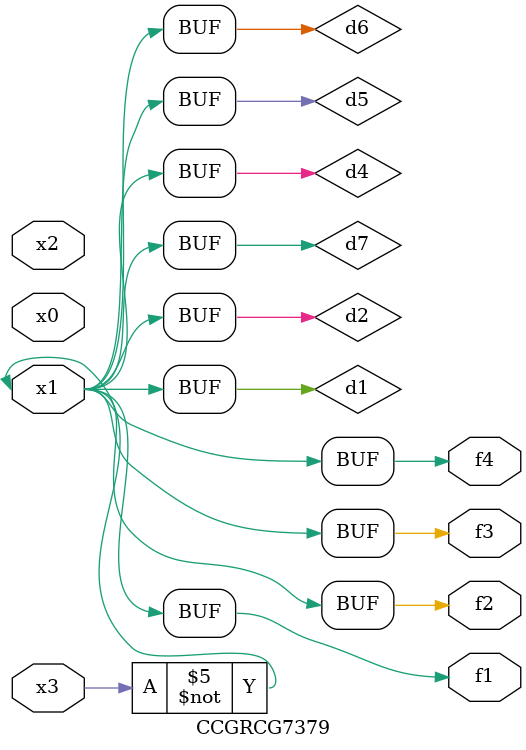
<source format=v>
module CCGRCG7379(
	input x0, x1, x2, x3,
	output f1, f2, f3, f4
);

	wire d1, d2, d3, d4, d5, d6, d7;

	not (d1, x3);
	buf (d2, x1);
	xnor (d3, d1, d2);
	nor (d4, d1);
	buf (d5, d1, d2);
	buf (d6, d4, d5);
	nand (d7, d4);
	assign f1 = d6;
	assign f2 = d7;
	assign f3 = d6;
	assign f4 = d6;
endmodule

</source>
